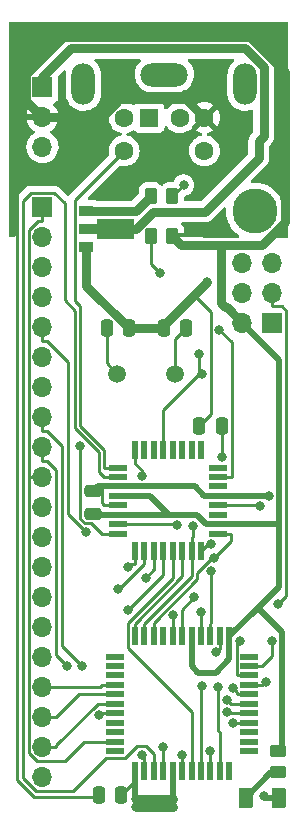
<source format=gbr>
%TF.GenerationSoftware,KiCad,Pcbnew,(6.0.7)*%
%TF.CreationDate,2023-01-02T00:51:12+00:00*%
%TF.ProjectId,CPC464-2MINIPS2,43504334-3634-42d3-924d-494e49505332,rev?*%
%TF.SameCoordinates,Original*%
%TF.FileFunction,Copper,L1,Top*%
%TF.FilePolarity,Positive*%
%FSLAX46Y46*%
G04 Gerber Fmt 4.6, Leading zero omitted, Abs format (unit mm)*
G04 Created by KiCad (PCBNEW (6.0.7)) date 2023-01-02 00:51:12*
%MOMM*%
%LPD*%
G01*
G04 APERTURE LIST*
G04 Aperture macros list*
%AMRoundRect*
0 Rectangle with rounded corners*
0 $1 Rounding radius*
0 $2 $3 $4 $5 $6 $7 $8 $9 X,Y pos of 4 corners*
0 Add a 4 corners polygon primitive as box body*
4,1,4,$2,$3,$4,$5,$6,$7,$8,$9,$2,$3,0*
0 Add four circle primitives for the rounded corners*
1,1,$1+$1,$2,$3*
1,1,$1+$1,$4,$5*
1,1,$1+$1,$6,$7*
1,1,$1+$1,$8,$9*
0 Add four rect primitives between the rounded corners*
20,1,$1+$1,$2,$3,$4,$5,0*
20,1,$1+$1,$4,$5,$6,$7,0*
20,1,$1+$1,$6,$7,$8,$9,0*
20,1,$1+$1,$8,$9,$2,$3,0*%
%AMFreePoly0*
4,1,9,3.862500,-0.866500,0.737500,-0.866500,0.737500,-0.450000,-0.737500,-0.450000,-0.737500,0.450000,0.737500,0.450000,0.737500,0.866500,3.862500,0.866500,3.862500,-0.866500,3.862500,-0.866500,$1*%
G04 Aperture macros list end*
%TA.AperFunction,SMDPad,CuDef*%
%ADD10RoundRect,0.250000X0.450000X-0.262500X0.450000X0.262500X-0.450000X0.262500X-0.450000X-0.262500X0*%
%TD*%
%TA.AperFunction,SMDPad,CuDef*%
%ADD11RoundRect,0.250000X0.375000X0.625000X-0.375000X0.625000X-0.375000X-0.625000X0.375000X-0.625000X0*%
%TD*%
%TA.AperFunction,SMDPad,CuDef*%
%ADD12RoundRect,0.250000X0.250000X0.475000X-0.250000X0.475000X-0.250000X-0.475000X0.250000X-0.475000X0*%
%TD*%
%TA.AperFunction,ComponentPad*%
%ADD13C,3.800000*%
%TD*%
%TA.AperFunction,ComponentPad*%
%ADD14C,1.500000*%
%TD*%
%TA.AperFunction,SMDPad,CuDef*%
%ADD15RoundRect,0.250000X-0.262500X-0.450000X0.262500X-0.450000X0.262500X0.450000X-0.262500X0.450000X0*%
%TD*%
%TA.AperFunction,SMDPad,CuDef*%
%ADD16RoundRect,0.250000X0.262500X0.450000X-0.262500X0.450000X-0.262500X-0.450000X0.262500X-0.450000X0*%
%TD*%
%TA.AperFunction,SMDPad,CuDef*%
%ADD17R,1.300000X0.900000*%
%TD*%
%TA.AperFunction,SMDPad,CuDef*%
%ADD18FreePoly0,0.000000*%
%TD*%
%TA.AperFunction,ComponentPad*%
%ADD19R,1.600000X1.600000*%
%TD*%
%TA.AperFunction,ComponentPad*%
%ADD20C,1.600000*%
%TD*%
%TA.AperFunction,ComponentPad*%
%ADD21O,4.000000X2.000000*%
%TD*%
%TA.AperFunction,ComponentPad*%
%ADD22O,2.000000X3.500000*%
%TD*%
%TA.AperFunction,ComponentPad*%
%ADD23R,1.700000X1.700000*%
%TD*%
%TA.AperFunction,ComponentPad*%
%ADD24O,1.700000X1.700000*%
%TD*%
%TA.AperFunction,SMDPad,CuDef*%
%ADD25R,1.500000X0.550000*%
%TD*%
%TA.AperFunction,SMDPad,CuDef*%
%ADD26R,0.550000X1.500000*%
%TD*%
%TA.AperFunction,SMDPad,CuDef*%
%ADD27R,1.600000X0.550000*%
%TD*%
%TA.AperFunction,SMDPad,CuDef*%
%ADD28R,0.550000X1.600000*%
%TD*%
%TA.AperFunction,SMDPad,CuDef*%
%ADD29RoundRect,0.250000X-0.475000X0.250000X-0.475000X-0.250000X0.475000X-0.250000X0.475000X0.250000X0*%
%TD*%
%TA.AperFunction,SMDPad,CuDef*%
%ADD30RoundRect,0.250000X-0.250000X-0.475000X0.250000X-0.475000X0.250000X0.475000X-0.250000X0.475000X0*%
%TD*%
%TA.AperFunction,ViaPad*%
%ADD31C,0.800000*%
%TD*%
%TA.AperFunction,Conductor*%
%ADD32C,0.500000*%
%TD*%
%TA.AperFunction,Conductor*%
%ADD33C,0.750000*%
%TD*%
%TA.AperFunction,Conductor*%
%ADD34C,0.250000*%
%TD*%
G04 APERTURE END LIST*
D10*
%TO.P,R809,1*%
%TO.N,Net-(D810-Pad2)*%
X62590000Y-94502500D03*
%TO.P,R809,2*%
%TO.N,+5V*%
X62590000Y-92677500D03*
%TD*%
D11*
%TO.P,D810,1,K*%
%TO.N,GND*%
X62720000Y-96640000D03*
%TO.P,D810,2,A*%
%TO.N,Net-(D810-Pad2)*%
X59920000Y-96640000D03*
%TD*%
D12*
%TO.P,C807,1*%
%TO.N,GND*%
X49360000Y-96460000D03*
%TO.P,C807,2*%
%TO.N,+5V*%
X47460000Y-96460000D03*
%TD*%
D13*
%TO.P,H9,1,1*%
%TO.N,GND*%
X60629800Y-46990000D03*
%TD*%
D14*
%TO.P,Y800,1,1*%
%TO.N,Net-(C800-Pad1)*%
X53900000Y-60750000D03*
%TO.P,Y800,2,2*%
%TO.N,Net-(C801-Pad1)*%
X49020000Y-60750000D03*
%TD*%
D15*
%TO.P,R808,1*%
%TO.N,Net-(R808-Pad1)*%
X51837500Y-45750000D03*
%TO.P,R808,2*%
%TO.N,BREAK*%
X53662500Y-45750000D03*
%TD*%
D16*
%TO.P,R804,1*%
%TO.N,+5V*%
X53662500Y-49100000D03*
%TO.P,R804,2*%
%TO.N,ADRESET*%
X51837500Y-49100000D03*
%TD*%
D17*
%TO.P,Q800,1,B*%
%TO.N,Net-(R808-Pad1)*%
X46400000Y-47000000D03*
D18*
%TO.P,Q800,2,C*%
%TO.N,!RST*%
X46487500Y-48500000D03*
D17*
%TO.P,Q800,3,E*%
%TO.N,GND*%
X46400000Y-50000000D03*
%TD*%
D19*
%TO.P,J804,1*%
%TO.N,PS2-DATA*%
X51690000Y-39075000D03*
D20*
%TO.P,J804,2*%
%TO.N,unconnected-(J804-Pad2)*%
X54290000Y-39075000D03*
%TO.P,J804,3*%
%TO.N,GND*%
X49590000Y-39075000D03*
%TO.P,J804,4*%
%TO.N,+5V*%
X56390000Y-39075000D03*
%TO.P,J804,5*%
%TO.N,PS2-CLK*%
X49590000Y-41875000D03*
%TO.P,J804,6*%
%TO.N,unconnected-(J804-Pad6)*%
X56390000Y-41875000D03*
D21*
%TO.P,J804,7*%
%TO.N,GND*%
X52990000Y-35425000D03*
D22*
X59840000Y-36225000D03*
X46140000Y-36225000D03*
%TD*%
D23*
%TO.P,J800,1,Pin_1*%
%TO.N,PS2-DATA*%
X62125000Y-56425000D03*
D24*
%TO.P,J800,2,Pin_2*%
%TO.N,+5V*%
X59585000Y-56425000D03*
%TO.P,J800,3,Pin_3*%
%TO.N,ADSCK*%
X62125000Y-53885000D03*
%TO.P,J800,4,Pin_4*%
%TO.N,ADMOSI*%
X59585000Y-53885000D03*
%TO.P,J800,5,Pin_5*%
%TO.N,ADRESET*%
X62125000Y-51345000D03*
%TO.P,J800,6,Pin_6*%
%TO.N,GND*%
X59585000Y-51345000D03*
%TD*%
D25*
%TO.P,IC803,1,N/C*%
%TO.N,unconnected-(IC803-Pad1)*%
X48800000Y-84700000D03*
%TO.P,IC803,2,X14*%
%TO.N,/COL14*%
X48800000Y-85500000D03*
%TO.P,IC803,3,X15*%
%TO.N,/COL15*%
X48800000Y-86300000D03*
%TO.P,IC803,4,X6*%
%TO.N,/COL6*%
X48800000Y-87100000D03*
%TO.P,IC803,5,X7*%
%TO.N,/COL7*%
X48800000Y-87900000D03*
%TO.P,IC803,6,X8*%
%TO.N,/COL8*%
X48800000Y-88700000D03*
%TO.P,IC803,7,X9*%
%TO.N,/COL9*%
X48800000Y-89500000D03*
%TO.P,IC803,8,X10*%
%TO.N,/COL10*%
X48800000Y-90300000D03*
%TO.P,IC803,9,X11*%
%TO.N,/COL11*%
X48800000Y-91100000D03*
%TO.P,IC803,10,Y7*%
%TO.N,/ROW7*%
X48800000Y-91900000D03*
%TO.P,IC803,11,N/C*%
%TO.N,unconnected-(IC803-Pad11)*%
X48800000Y-92700000D03*
D26*
%TO.P,IC803,12,VSS*%
%TO.N,GND*%
X50500000Y-94400000D03*
%TO.P,IC803,13,Y6*%
%TO.N,/ROW6*%
X51300000Y-94400000D03*
%TO.P,IC803,14,STROBE*%
%TO.N,MTSTROBE*%
X52100000Y-94400000D03*
%TO.P,IC803,15,Y5*%
%TO.N,/ROW5*%
X52900000Y-94400000D03*
%TO.P,IC803,16,VEE*%
%TO.N,GND*%
X53700000Y-94400000D03*
%TO.P,IC803,17,Y4*%
%TO.N,/ROW4*%
X54500000Y-94400000D03*
%TO.P,IC803,18,AX1*%
%TO.N,AX1*%
X55300000Y-94400000D03*
%TO.P,IC803,19,AX2*%
%TO.N,AX2*%
X56100000Y-94400000D03*
%TO.P,IC803,20,AY0*%
%TO.N,AY0*%
X56900000Y-94400000D03*
%TO.P,IC803,21,AY1*%
%TO.N,AY1*%
X57700000Y-94400000D03*
%TO.P,IC803,22,N/C*%
%TO.N,unconnected-(IC803-Pad22)*%
X58500000Y-94400000D03*
D25*
%TO.P,IC803,23,N/C*%
%TO.N,unconnected-(IC803-Pad23)*%
X60200000Y-92700000D03*
%TO.P,IC803,24,X13*%
%TO.N,/COL13*%
X60200000Y-91900000D03*
%TO.P,IC803,25,X12*%
%TO.N,/COL12*%
X60200000Y-91100000D03*
%TO.P,IC803,26,X5*%
%TO.N,/COL5*%
X60200000Y-90300000D03*
%TO.P,IC803,27,X4*%
%TO.N,/COL4*%
X60200000Y-89500000D03*
%TO.P,IC803,28,X3*%
%TO.N,/COL3*%
X60200000Y-88700000D03*
%TO.P,IC803,29,X2*%
%TO.N,/COL2*%
X60200000Y-87900000D03*
%TO.P,IC803,30,X1*%
%TO.N,/COL1*%
X60200000Y-87100000D03*
%TO.P,IC803,31,X0*%
%TO.N,/COL0*%
X60200000Y-86300000D03*
%TO.P,IC803,32,Y0*%
%TO.N,/ROW0*%
X60200000Y-85500000D03*
%TO.P,IC803,33,N/C*%
%TO.N,unconnected-(IC803-Pad33)*%
X60200000Y-84700000D03*
D26*
%TO.P,IC803,34,CS*%
%TO.N,+5V*%
X58500000Y-83000000D03*
%TO.P,IC803,35,Y1*%
%TO.N,/ROW1*%
X57700000Y-83000000D03*
%TO.P,IC803,36,DATA*%
%TO.N,MTDATA*%
X56900000Y-83000000D03*
%TO.P,IC803,37,Y2*%
%TO.N,/ROW2*%
X56100000Y-83000000D03*
%TO.P,IC803,38,VCC*%
%TO.N,+5V*%
X55300000Y-83000000D03*
%TO.P,IC803,39,Y3*%
%TO.N,/ROW3*%
X54500000Y-83000000D03*
%TO.P,IC803,40,AY2*%
%TO.N,AY2*%
X53700000Y-83000000D03*
%TO.P,IC803,41,N/C*%
%TO.N,unconnected-(IC803-Pad41)*%
X52900000Y-83000000D03*
%TO.P,IC803,42,RESET*%
%TO.N,ADSCK*%
X52100000Y-83000000D03*
%TO.P,IC803,43,AX3*%
%TO.N,ADMOSI*%
X51300000Y-83000000D03*
%TO.P,IC803,44,AX0*%
%TO.N,AX0*%
X50500000Y-83000000D03*
%TD*%
D27*
%TO.P,IC800,1,PD3*%
%TO.N,PS2-CLK*%
X49050000Y-68700000D03*
%TO.P,IC800,2,PD4*%
%TO.N,MTSTROBE*%
X49050000Y-69500000D03*
%TO.P,IC800,3,GND*%
%TO.N,GND*%
X49050000Y-70300000D03*
%TO.P,IC800,4,VCC*%
%TO.N,+5V*%
X49050000Y-71100000D03*
%TO.P,IC800,5,GND*%
%TO.N,GND*%
X49050000Y-71900000D03*
%TO.P,IC800,6,VCC*%
%TO.N,+5V*%
X49050000Y-72700000D03*
%TO.P,IC800,7,XTAL1/PB6*%
%TO.N,Net-(C800-Pad1)*%
X49050000Y-73500000D03*
%TO.P,IC800,8,XTAL2/PB7*%
%TO.N,Net-(C801-Pad1)*%
X49050000Y-74300000D03*
D28*
%TO.P,IC800,9,PD5*%
%TO.N,AY2*%
X50500000Y-75750000D03*
%TO.P,IC800,10,PD6*%
%TO.N,AY1*%
X51300000Y-75750000D03*
%TO.P,IC800,11,PD7*%
%TO.N,AY0*%
X52100000Y-75750000D03*
%TO.P,IC800,12,PB0*%
%TO.N,AX2*%
X52900000Y-75750000D03*
%TO.P,IC800,13,PB1*%
%TO.N,AX1*%
X53700000Y-75750000D03*
%TO.P,IC800,14,PB2*%
%TO.N,AX0*%
X54500000Y-75750000D03*
%TO.P,IC800,15,PB3*%
%TO.N,ADMOSI*%
X55300000Y-75750000D03*
%TO.P,IC800,16,PB4*%
%TO.N,PS2-DATA*%
X56100000Y-75750000D03*
D27*
%TO.P,IC800,17,PB5*%
%TO.N,ADSCK*%
X57550000Y-74300000D03*
%TO.P,IC800,18,AVCC*%
%TO.N,+5V*%
X57550000Y-73500000D03*
%TO.P,IC800,19,ADC6*%
%TO.N,/AA6*%
X57550000Y-72700000D03*
%TO.P,IC800,20,AREF*%
%TO.N,Net-(C802-Pad1)*%
X57550000Y-71900000D03*
%TO.P,IC800,21,GND*%
%TO.N,GND*%
X57550000Y-71100000D03*
%TO.P,IC800,22,ADC7*%
%TO.N,/AA7*%
X57550000Y-70300000D03*
%TO.P,IC800,23,PC0*%
%TO.N,BREAK*%
X57550000Y-69500000D03*
%TO.P,IC800,24,PC1*%
%TO.N,/AA1*%
X57550000Y-68700000D03*
D28*
%TO.P,IC800,25,PC2*%
%TO.N,/AA2*%
X56100000Y-67250000D03*
%TO.P,IC800,26,PC3*%
%TO.N,/AA3*%
X55300000Y-67250000D03*
%TO.P,IC800,27,PC4*%
%TO.N,/AA4*%
X54500000Y-67250000D03*
%TO.P,IC800,28,PC5*%
%TO.N,/AA5*%
X53700000Y-67250000D03*
%TO.P,IC800,29,~{RESET}/PC6*%
%TO.N,ADRESET*%
X52900000Y-67250000D03*
%TO.P,IC800,30,PD0*%
%TO.N,/AD0*%
X52100000Y-67250000D03*
%TO.P,IC800,31,PD1*%
%TO.N,/AD1*%
X51300000Y-67250000D03*
%TO.P,IC800,32,PD2*%
%TO.N,MTDATA*%
X50500000Y-67250000D03*
%TD*%
D29*
%TO.P,C806,1*%
%TO.N,GND*%
X46950000Y-70700000D03*
%TO.P,C806,2*%
%TO.N,+5V*%
X46950000Y-72600000D03*
%TD*%
D12*
%TO.P,C802,1*%
%TO.N,Net-(C802-Pad1)*%
X57850000Y-65150000D03*
%TO.P,C802,2*%
%TO.N,GND*%
X55950000Y-65150000D03*
%TD*%
D30*
%TO.P,C801,2*%
%TO.N,GND*%
X50000000Y-56900000D03*
%TO.P,C801,1*%
%TO.N,Net-(C801-Pad1)*%
X48100000Y-56900000D03*
%TD*%
D12*
%TO.P,C800,1*%
%TO.N,Net-(C800-Pad1)*%
X54850000Y-56900000D03*
%TO.P,C800,2*%
%TO.N,GND*%
X52950000Y-56900000D03*
%TD*%
D23*
%TO.P,CP002,1,Pin_1*%
%TO.N,/ROW7*%
X42672000Y-46634400D03*
D24*
%TO.P,CP002,2,Pin_2*%
%TO.N,/COL9*%
X42672000Y-49174400D03*
%TO.P,CP002,3,Pin_3*%
%TO.N,/ROW0*%
X42672000Y-51714400D03*
%TO.P,CP002,4,Pin_4*%
%TO.N,/ROW1*%
X42672000Y-54254400D03*
%TO.P,CP002,5,Pin_5*%
%TO.N,/ROW2*%
X42672000Y-56794400D03*
%TO.P,CP002,6,Pin_6*%
%TO.N,/ROW3*%
X42672000Y-59334400D03*
%TO.P,CP002,7,Pin_7*%
%TO.N,/ROW4*%
X42672000Y-61874400D03*
%TO.P,CP002,8,Pin_8*%
%TO.N,/ROW5*%
X42672000Y-64414400D03*
%TO.P,CP002,9,Pin_9*%
%TO.N,/ROW6*%
X42672000Y-66954400D03*
%TO.P,CP002,10,Pin_10*%
%TO.N,/ROW7*%
X42672000Y-69494400D03*
%TO.P,CP002,11,Pin_11*%
%TO.N,/COL0*%
X42672000Y-72034400D03*
%TO.P,CP002,12,Pin_12*%
%TO.N,/COL1*%
X42672000Y-74574400D03*
%TO.P,CP002,13,Pin_13*%
%TO.N,/COL2*%
X42672000Y-77114400D03*
%TO.P,CP002,14,Pin_14*%
%TO.N,/COL3*%
X42672000Y-79654400D03*
%TO.P,CP002,15,Pin_15*%
%TO.N,/COL4*%
X42672000Y-82194400D03*
%TO.P,CP002,16,Pin_16*%
%TO.N,/COL5*%
X42672000Y-84734400D03*
%TO.P,CP002,17,Pin_17*%
%TO.N,/COL6*%
X42672000Y-87274400D03*
%TO.P,CP002,18,Pin_18*%
%TO.N,/COL7*%
X42672000Y-89814400D03*
%TO.P,CP002,19,Pin_19*%
%TO.N,/COL8*%
X42672000Y-92354400D03*
%TO.P,CP002,20,Pin_20*%
%TO.N,unconnected-(CP002-Pad20)*%
X42672000Y-94894400D03*
%TD*%
D23*
%TO.P,J105,1,Pin_1*%
%TO.N,!RST*%
X42672000Y-36474400D03*
D24*
%TO.P,J105,2,Pin_2*%
%TO.N,+5V*%
X42672000Y-39014400D03*
%TO.P,J105,3,Pin_3*%
%TO.N,GND*%
X42672000Y-41554400D03*
%TD*%
D31*
%TO.N,GND*%
X61470000Y-96490000D03*
%TO.N,MTDATA*%
X51072400Y-69426500D03*
X56950100Y-77493200D03*
%TO.N,BREAK*%
X57657400Y-57051500D03*
X54624800Y-44787700D03*
%TO.N,ADSCK*%
X57221500Y-76383800D03*
X62642700Y-80270300D03*
%TO.N,ADMOSI*%
X55408300Y-73629300D03*
%TO.N,AX2*%
X49954300Y-80734300D03*
X56139200Y-87213000D03*
%TO.N,AY0*%
X51403400Y-78024400D03*
X56900000Y-92674900D03*
%TO.N,AY1*%
X49064100Y-79016900D03*
X57493400Y-87248000D03*
%TO.N,AY2*%
X49952900Y-77159100D03*
X53729100Y-81218800D03*
%TO.N,PS2-DATA*%
X56975700Y-75184600D03*
%TO.N,/COL5*%
X58806300Y-90350900D03*
%TO.N,/COL4*%
X58293000Y-89428800D03*
%TO.N,/COL3*%
X58303000Y-88397300D03*
%TO.N,/COL2*%
X58837800Y-87385400D03*
%TO.N,/COL1*%
X61559200Y-86815900D03*
%TO.N,/COL0*%
X59382400Y-83348300D03*
%TO.N,/ROW6*%
X44728200Y-85463100D03*
X51066800Y-93037000D03*
%TO.N,/ROW5*%
X46017800Y-85480600D03*
X52900000Y-92362800D03*
%TO.N,/ROW4*%
X54500000Y-93043500D03*
%TO.N,/ROW3*%
X55535100Y-79700700D03*
%TO.N,/ROW2*%
X46328700Y-74174600D03*
X56100000Y-80971100D03*
%TO.N,/ROW1*%
X57401600Y-84357400D03*
%TO.N,/ROW0*%
X62100000Y-83386800D03*
%TO.N,/COL9*%
X47449900Y-89656100D03*
%TO.N,ADRESET*%
X56176200Y-60783600D03*
X55964000Y-59097600D03*
X52620600Y-52254100D03*
%TO.N,Net-(C802-Pad1)*%
X61086800Y-71960600D03*
X57850000Y-67818200D03*
%TO.N,Net-(C801-Pad1)*%
X45884400Y-66899900D03*
%TO.N,GND*%
X61880500Y-71120000D03*
X53710000Y-96770000D03*
X50590000Y-97480000D03*
X50590000Y-96750000D03*
X53740000Y-97440000D03*
X56600000Y-53000000D03*
%TO.N,Net-(C800-Pad1)*%
X54077100Y-73581300D03*
%TD*%
D32*
%TO.N,GND*%
X61620000Y-96640000D02*
X61470000Y-96490000D01*
X62720000Y-96640000D02*
X61620000Y-96640000D01*
%TO.N,Net-(D810-Pad2)*%
X62057500Y-94502500D02*
X59920000Y-96640000D01*
X62590000Y-94502500D02*
X62057500Y-94502500D01*
%TO.N,+5V*%
X62950000Y-92317500D02*
X62590000Y-92677500D01*
X62950000Y-82640000D02*
X62950000Y-92317500D01*
X60905000Y-80595000D02*
X62720000Y-78780000D01*
X58500000Y-83000000D02*
X60905000Y-80595000D01*
X60905000Y-80595000D02*
X62950000Y-82640000D01*
D33*
%TO.N,!RST*%
X42672000Y-35628000D02*
X42672000Y-36474400D01*
X45100000Y-33200000D02*
X42672000Y-35628000D01*
X59792400Y-33200000D02*
X45100000Y-33200000D01*
X61415000Y-34822600D02*
X59792400Y-33200000D01*
X61415000Y-40635000D02*
X61415000Y-34822600D01*
X61000000Y-41050000D02*
X61415000Y-40635000D01*
X61000000Y-42450000D02*
X61000000Y-41050000D01*
X56425000Y-47025000D02*
X61000000Y-42450000D01*
X52033300Y-47025000D02*
X56425000Y-47025000D01*
X50558300Y-48500000D02*
X52033300Y-47025000D01*
X46487500Y-48500000D02*
X50558300Y-48500000D01*
%TO.N,Net-(R808-Pad1)*%
X50587500Y-47000000D02*
X51837500Y-45750000D01*
X46400000Y-47000000D02*
X50587500Y-47000000D01*
D34*
%TO.N,MTDATA*%
X56900000Y-83000000D02*
X56900000Y-81924900D01*
X50500000Y-67250000D02*
X50500000Y-68375100D01*
X51072400Y-68947500D02*
X51072400Y-69426500D01*
X50500000Y-68375100D02*
X51072400Y-68947500D01*
X56950100Y-81874800D02*
X56950100Y-77493200D01*
X56900000Y-81924900D02*
X56950100Y-81874800D01*
%TO.N,BREAK*%
X54624800Y-44787700D02*
X53662500Y-45750000D01*
X57550000Y-69500000D02*
X58675100Y-69500000D01*
X58691300Y-58085400D02*
X57657400Y-57051500D01*
X58691300Y-69483800D02*
X58691300Y-58085400D01*
X58675100Y-69500000D02*
X58691300Y-69483800D01*
%TO.N,ADSCK*%
X62125000Y-53885000D02*
X62125000Y-55060100D01*
X62956000Y-55060100D02*
X62125000Y-55060100D01*
X63328500Y-55432600D02*
X62956000Y-55060100D01*
X63328500Y-79584500D02*
X63328500Y-55432600D01*
X62642700Y-80270300D02*
X63328500Y-79584500D01*
X58675100Y-74930200D02*
X57221500Y-76383800D01*
X58675100Y-74300000D02*
X58675100Y-74930200D01*
X57550000Y-74300000D02*
X58675100Y-74300000D01*
X52100000Y-83000000D02*
X52100000Y-81924900D01*
X52100000Y-81822600D02*
X52100000Y-81924900D01*
X55750100Y-78172500D02*
X52100000Y-81822600D01*
X55750100Y-77667400D02*
X55750100Y-78172500D01*
X57033700Y-76383800D02*
X55750100Y-77667400D01*
X57221500Y-76383800D02*
X57033700Y-76383800D01*
%TO.N,ADMOSI*%
X51300000Y-83000000D02*
X51300000Y-81924900D01*
X55300000Y-77924900D02*
X55300000Y-75750000D01*
X51300000Y-81924900D02*
X55300000Y-77924900D01*
X55300000Y-75750000D02*
X55300000Y-74624900D01*
X55408300Y-74516600D02*
X55408300Y-73629300D01*
X55300000Y-74624900D02*
X55408300Y-74516600D01*
%TO.N,AX0*%
X54500000Y-75750000D02*
X54500000Y-76875100D01*
X54500000Y-77924900D02*
X50500000Y-81924900D01*
X54500000Y-76875100D02*
X54500000Y-77924900D01*
X50500000Y-83000000D02*
X50500000Y-81924900D01*
%TO.N,AX1*%
X55300000Y-89361200D02*
X55300000Y-94400000D01*
X49875200Y-83936400D02*
X55300000Y-89361200D01*
X49875200Y-81856400D02*
X49875200Y-83936400D01*
X53700000Y-78031600D02*
X49875200Y-81856400D01*
X53700000Y-75750000D02*
X53700000Y-78031600D01*
%TO.N,AX2*%
X56100000Y-94400000D02*
X56100000Y-93324900D01*
X56100000Y-87252200D02*
X56139200Y-87213000D01*
X56100000Y-93324900D02*
X56100000Y-87252200D01*
X52900000Y-77788600D02*
X49954300Y-80734300D01*
X52900000Y-75750000D02*
X52900000Y-77788600D01*
%TO.N,AY0*%
X56900000Y-94400000D02*
X56900000Y-92674900D01*
X52100000Y-77327800D02*
X51403400Y-78024400D01*
X52100000Y-75750000D02*
X52100000Y-77327800D01*
%TO.N,AY1*%
X57700000Y-91150900D02*
X57700000Y-94400000D01*
X57493400Y-90944300D02*
X57700000Y-91150900D01*
X57493400Y-87248000D02*
X57493400Y-90944300D01*
X49158200Y-79016900D02*
X49064100Y-79016900D01*
X51300000Y-76875100D02*
X49158200Y-79016900D01*
X51300000Y-75750000D02*
X51300000Y-76875100D01*
%TO.N,AY2*%
X50500000Y-75750000D02*
X50500000Y-76875100D01*
X50236900Y-76875100D02*
X49952900Y-77159100D01*
X50500000Y-76875100D02*
X50236900Y-76875100D01*
X53700000Y-81247900D02*
X53729100Y-81218800D01*
X53700000Y-83000000D02*
X53700000Y-81247900D01*
%TO.N,MTSTROBE*%
X49050000Y-69500000D02*
X47924900Y-69500000D01*
X47466600Y-69041700D02*
X47924900Y-69500000D01*
X47466600Y-67420400D02*
X47466600Y-69041700D01*
X45424800Y-65378600D02*
X47466600Y-67420400D01*
X45424800Y-55429400D02*
X45424800Y-65378600D01*
X44542200Y-54546800D02*
X45424800Y-55429400D01*
X44542200Y-46340500D02*
X44542200Y-54546800D01*
X43660900Y-45459200D02*
X44542200Y-46340500D01*
X41687400Y-45459200D02*
X43660900Y-45459200D01*
X41035300Y-46111300D02*
X41687400Y-45459200D01*
X41035300Y-94984700D02*
X41035300Y-46111300D01*
X42132900Y-96082300D02*
X41035300Y-94984700D01*
X45271100Y-96082300D02*
X42132900Y-96082300D01*
X48028600Y-93324800D02*
X45271100Y-96082300D01*
X49680500Y-93324800D02*
X48028600Y-93324800D01*
X50710400Y-92294900D02*
X49680500Y-93324800D01*
X51429200Y-92294900D02*
X50710400Y-92294900D01*
X52100000Y-92965700D02*
X51429200Y-92294900D01*
X52100000Y-94400000D02*
X52100000Y-92965700D01*
%TO.N,PS2-CLK*%
X49050000Y-68700000D02*
X47924900Y-68700000D01*
X45424800Y-46040200D02*
X49590000Y-41875000D01*
X45424800Y-54567600D02*
X45424800Y-46040200D01*
X45874900Y-55017700D02*
X45424800Y-54567600D01*
X45874900Y-65192100D02*
X45874900Y-55017700D01*
X47924900Y-67242100D02*
X45874900Y-65192100D01*
X47924900Y-68700000D02*
X47924900Y-67242100D01*
%TO.N,PS2-DATA*%
X56665400Y-75184600D02*
X56975700Y-75184600D01*
X56100000Y-75750000D02*
X56665400Y-75184600D01*
%TO.N,/COL8*%
X47354600Y-88700000D02*
X48800000Y-88700000D01*
X43847100Y-92207500D02*
X47354600Y-88700000D01*
X43847100Y-92354400D02*
X43847100Y-92207500D01*
X42672000Y-92354400D02*
X43847100Y-92354400D01*
%TO.N,/COL7*%
X45761500Y-87900000D02*
X48800000Y-87900000D01*
X43847100Y-89814400D02*
X45761500Y-87900000D01*
X42672000Y-89814400D02*
X43847100Y-89814400D01*
%TO.N,/COL6*%
X47550500Y-87274400D02*
X47724900Y-87100000D01*
X42672000Y-87274400D02*
X47550500Y-87274400D01*
X48800000Y-87100000D02*
X47724900Y-87100000D01*
%TO.N,/COL5*%
X60200000Y-90300000D02*
X59124900Y-90300000D01*
X59074000Y-90350900D02*
X59124900Y-90300000D01*
X58806300Y-90350900D02*
X59074000Y-90350900D01*
%TO.N,/COL4*%
X58364200Y-89500000D02*
X58293000Y-89428800D01*
X60200000Y-89500000D02*
X58364200Y-89500000D01*
%TO.N,/COL3*%
X58605700Y-88700000D02*
X58303000Y-88397300D01*
X60200000Y-88700000D02*
X58605700Y-88700000D01*
%TO.N,/COL2*%
X60200000Y-87900000D02*
X59124900Y-87900000D01*
X59124900Y-87672500D02*
X59124900Y-87900000D01*
X58837800Y-87385400D02*
X59124900Y-87672500D01*
%TO.N,/COL1*%
X60200000Y-87100000D02*
X61275100Y-87100000D01*
X61275100Y-87100000D02*
X61559200Y-86815900D01*
%TO.N,/COL0*%
X60200000Y-86300000D02*
X59124900Y-86300000D01*
X59124900Y-83605800D02*
X59382400Y-83348300D01*
X59124900Y-86300000D02*
X59124900Y-83605800D01*
%TO.N,/ROW6*%
X51300000Y-93270200D02*
X51066800Y-93037000D01*
X51300000Y-94400000D02*
X51300000Y-93270200D01*
X43847100Y-84582000D02*
X44728200Y-85463100D01*
X43847100Y-68937300D02*
X43847100Y-84582000D01*
X43039300Y-68129500D02*
X43847100Y-68937300D01*
X42672000Y-68129500D02*
X43039300Y-68129500D01*
X42672000Y-66954400D02*
X42672000Y-68129500D01*
%TO.N,/ROW5*%
X52900000Y-92362800D02*
X52900000Y-94400000D01*
X42672000Y-64414400D02*
X42672000Y-65589500D01*
X43039200Y-65589500D02*
X42672000Y-65589500D01*
X44348200Y-66898500D02*
X43039200Y-65589500D01*
X44348200Y-83811000D02*
X44348200Y-66898500D01*
X46017800Y-85480600D02*
X44348200Y-83811000D01*
%TO.N,/ROW4*%
X54500000Y-94400000D02*
X54500000Y-93043500D01*
%TO.N,/ROW3*%
X54500000Y-83000000D02*
X54500000Y-81924900D01*
X54500000Y-80735800D02*
X55535100Y-79700700D01*
X54500000Y-81924900D02*
X54500000Y-80735800D01*
%TO.N,/ROW2*%
X56100000Y-83000000D02*
X56100000Y-80971100D01*
X42672000Y-56794400D02*
X42672000Y-57969500D01*
X44798400Y-72644300D02*
X46328700Y-74174600D01*
X44798400Y-59728700D02*
X44798400Y-72644300D01*
X43039200Y-57969500D02*
X44798400Y-59728700D01*
X42672000Y-57969500D02*
X43039200Y-57969500D01*
%TO.N,/ROW1*%
X57700000Y-83000000D02*
X57700000Y-84075100D01*
X57683900Y-84075100D02*
X57700000Y-84075100D01*
X57401600Y-84357400D02*
X57683900Y-84075100D01*
%TO.N,/ROW0*%
X60200000Y-85500000D02*
X61275100Y-85500000D01*
X62100000Y-84675100D02*
X62100000Y-83386800D01*
X61275100Y-85500000D02*
X62100000Y-84675100D01*
%TO.N,/COL9*%
X48800000Y-89500000D02*
X47724900Y-89500000D01*
X47568800Y-89656100D02*
X47724900Y-89500000D01*
X47449900Y-89656100D02*
X47568800Y-89656100D01*
D32*
%TO.N,+5V*%
X62720000Y-78780000D02*
X62720000Y-73550000D01*
X51820000Y-71100000D02*
X53420000Y-72700000D01*
X49050000Y-71100000D02*
X51820000Y-71100000D01*
X49050000Y-72700000D02*
X53420000Y-72700000D01*
X56530000Y-73500000D02*
X57550000Y-73500000D01*
X55730000Y-72700000D02*
X56530000Y-73500000D01*
X53420000Y-72700000D02*
X55730000Y-72700000D01*
D33*
X57760000Y-54770000D02*
X57760000Y-49860000D01*
X58090000Y-55100000D02*
X57760000Y-54770000D01*
X58260000Y-55100000D02*
X58090000Y-55100000D01*
X59585000Y-56425000D02*
X58260000Y-55100000D01*
X54422500Y-49860000D02*
X53662500Y-49100000D01*
X57760000Y-49860000D02*
X54422500Y-49860000D01*
X54845000Y-37530000D02*
X56390000Y-39075000D01*
X48960000Y-37530000D02*
X54845000Y-37530000D01*
X48960000Y-37760500D02*
X48960000Y-37530000D01*
X47706100Y-39014400D02*
X48960000Y-37760500D01*
X42672000Y-39014400D02*
X47706100Y-39014400D01*
D32*
X57550000Y-73500000D02*
X62670000Y-73500000D01*
X62730000Y-59570000D02*
X59585000Y-56425000D01*
X62730000Y-73500000D02*
X62730000Y-59570000D01*
X62670000Y-73500000D02*
X62730000Y-73500000D01*
D34*
X62670000Y-73500000D02*
X62720000Y-73550000D01*
D32*
X47050000Y-72700000D02*
X49050000Y-72700000D01*
X46950000Y-72600000D02*
X47050000Y-72700000D01*
X58500000Y-84940000D02*
X58500000Y-83000000D01*
X57340000Y-86100000D02*
X58500000Y-84940000D01*
X55880000Y-86100000D02*
X57340000Y-86100000D01*
X55300000Y-85520000D02*
X55880000Y-86100000D01*
X55300000Y-83000000D02*
X55300000Y-85520000D01*
D33*
X42672000Y-39014400D02*
X41484500Y-37826900D01*
X61270000Y-49860000D02*
X57760000Y-49860000D01*
X63200000Y-47930000D02*
X61270000Y-49860000D01*
X63200000Y-35230000D02*
X63200000Y-47930000D01*
X60220000Y-32250000D02*
X63200000Y-35230000D01*
X44370000Y-32250000D02*
X60220000Y-32250000D01*
X41247000Y-35373000D02*
X44370000Y-32250000D01*
X41247000Y-37589400D02*
X41247000Y-35373000D01*
X41484500Y-37826900D02*
X41247000Y-37589400D01*
D34*
X47360300Y-96559700D02*
X47460000Y-96460000D01*
X41964000Y-96559700D02*
X47360300Y-96559700D01*
X40528300Y-95124000D02*
X41964000Y-96559700D01*
X40528300Y-38783100D02*
X40528300Y-95124000D01*
X41484500Y-37826900D02*
X40528300Y-38783100D01*
%TO.N,ADRESET*%
X51837500Y-51471000D02*
X51837500Y-49100000D01*
X52620600Y-52254100D02*
X51837500Y-51471000D01*
X55964000Y-60783600D02*
X55964000Y-59097600D01*
X52900000Y-63847600D02*
X55964000Y-60783600D01*
X52900000Y-67250000D02*
X52900000Y-63847600D01*
X55964000Y-60783600D02*
X56176200Y-60783600D01*
%TO.N,/ROW7*%
X42672000Y-46634400D02*
X42672000Y-47809500D01*
X42672000Y-69494400D02*
X41496900Y-69494400D01*
X46210900Y-91900000D02*
X48800000Y-91900000D01*
X44570700Y-93540200D02*
X46210900Y-91900000D01*
X42194800Y-93540200D02*
X44570700Y-93540200D01*
X41496900Y-92842300D02*
X42194800Y-93540200D01*
X41496900Y-69494400D02*
X41496900Y-92842300D01*
X42304700Y-47809500D02*
X42672000Y-47809500D01*
X41496900Y-48617300D02*
X42304700Y-47809500D01*
X41496900Y-69494400D02*
X41496900Y-48617300D01*
%TO.N,Net-(C802-Pad1)*%
X57850000Y-65150000D02*
X57850000Y-67818200D01*
X61026200Y-71900000D02*
X61086800Y-71960600D01*
X57550000Y-71900000D02*
X61026200Y-71900000D01*
%TO.N,Net-(C801-Pad1)*%
X48100000Y-59830000D02*
X49020000Y-60750000D01*
X48100000Y-56900000D02*
X48100000Y-59830000D01*
X45884400Y-73073900D02*
X45884400Y-66899900D01*
X46236700Y-73426200D02*
X45884400Y-73073900D01*
X46803700Y-73426200D02*
X46236700Y-73426200D01*
X47677500Y-74300000D02*
X46803700Y-73426200D01*
X49050000Y-74300000D02*
X47677500Y-74300000D01*
D32*
%TO.N,GND*%
X61860500Y-71100000D02*
X57550000Y-71100000D01*
X61880500Y-71120000D02*
X61860500Y-71100000D01*
X56375000Y-71100000D02*
X57550000Y-71100000D01*
X55575000Y-70300000D02*
X56375000Y-71100000D01*
X49050000Y-70300000D02*
X55575000Y-70300000D01*
X53700000Y-96760000D02*
X53710000Y-96770000D01*
X53700000Y-94400000D02*
X53700000Y-96760000D01*
D33*
X50630000Y-97440000D02*
X50590000Y-97480000D01*
X53740000Y-97440000D02*
X50630000Y-97440000D01*
X46400000Y-53300000D02*
X46400000Y-50000000D01*
X50000000Y-56900000D02*
X46400000Y-53300000D01*
X50000000Y-56900000D02*
X52950000Y-56900000D01*
X53690000Y-96750000D02*
X53700000Y-96760000D01*
X50590000Y-96750000D02*
X53690000Y-96750000D01*
X53700000Y-96760000D02*
X53710000Y-96770000D01*
D32*
X49050000Y-70300000D02*
X47750000Y-70300000D01*
X47350000Y-70300000D02*
X46950000Y-70700000D01*
X47750000Y-70300000D02*
X47350000Y-70300000D01*
D34*
X47750000Y-71725100D02*
X47924900Y-71900000D01*
X47750000Y-70300000D02*
X47750000Y-71725100D01*
X49050000Y-71900000D02*
X47924900Y-71900000D01*
D32*
X50500000Y-94400000D02*
X50500000Y-95530000D01*
X50500000Y-96660000D02*
X50590000Y-96750000D01*
X50500000Y-95530000D02*
X50500000Y-96660000D01*
D34*
X50290000Y-95530000D02*
X49360000Y-96460000D01*
X50500000Y-95530000D02*
X50290000Y-95530000D01*
D33*
X52950000Y-56650000D02*
X55474800Y-54125200D01*
X52950000Y-56900000D02*
X52950000Y-56650000D01*
X55474800Y-54125200D02*
X56600000Y-53000000D01*
D34*
X56901400Y-64198600D02*
X55950000Y-65150000D01*
X56901400Y-55551800D02*
X56901400Y-64198600D01*
X55474800Y-54125200D02*
X56901400Y-55551800D01*
%TO.N,Net-(C800-Pad1)*%
X53900000Y-57850000D02*
X54850000Y-56900000D01*
X53900000Y-60750000D02*
X53900000Y-57850000D01*
X53995800Y-73500000D02*
X54077100Y-73581300D01*
X49050000Y-73500000D02*
X53995800Y-73500000D01*
%TD*%
%TA.AperFunction,Conductor*%
%TO.N,+5V*%
G36*
X63433621Y-30957702D02*
G01*
X63480114Y-31011358D01*
X63491500Y-31063700D01*
X63491500Y-49112597D01*
X63471498Y-49180718D01*
X63417842Y-49227211D01*
X63365193Y-49238597D01*
X62669424Y-49236899D01*
X62024441Y-49235324D01*
X61956370Y-49215155D01*
X61910008Y-49161386D01*
X61900076Y-49091088D01*
X61929726Y-49026579D01*
X61950688Y-49007388D01*
X62164867Y-48851778D01*
X62164869Y-48851777D01*
X62168071Y-48849450D01*
X62177991Y-48840135D01*
X62386105Y-48644703D01*
X62388992Y-48641992D01*
X62582170Y-48408480D01*
X62728786Y-48177451D01*
X62742434Y-48155945D01*
X62742434Y-48155944D01*
X62744558Y-48152598D01*
X62822884Y-47986145D01*
X62871905Y-47881971D01*
X62871907Y-47881967D01*
X62873594Y-47878381D01*
X62893738Y-47816386D01*
X62943288Y-47663886D01*
X62967245Y-47590154D01*
X63024033Y-47292462D01*
X63043062Y-46990000D01*
X63024033Y-46687538D01*
X62967245Y-46389846D01*
X62873594Y-46101619D01*
X62868712Y-46091243D01*
X62777575Y-45897568D01*
X62744558Y-45827402D01*
X62582170Y-45571520D01*
X62388992Y-45338008D01*
X62168071Y-45130550D01*
X61922890Y-44952416D01*
X61905061Y-44942614D01*
X61660786Y-44808322D01*
X61660785Y-44808321D01*
X61657317Y-44806415D01*
X61653648Y-44804962D01*
X61653643Y-44804960D01*
X61379209Y-44696304D01*
X61379208Y-44696304D01*
X61375539Y-44694851D01*
X61082000Y-44619484D01*
X60781330Y-44581500D01*
X60478270Y-44581500D01*
X60430968Y-44587476D01*
X60360880Y-44576169D01*
X60308029Y-44528763D01*
X60289198Y-44460309D01*
X60310364Y-44392541D01*
X60326084Y-44373374D01*
X61568546Y-43130912D01*
X61583574Y-43118075D01*
X61594434Y-43110185D01*
X61638886Y-43060816D01*
X61643427Y-43056031D01*
X61657472Y-43041986D01*
X61659559Y-43039409D01*
X61669969Y-43026554D01*
X61674253Y-43021538D01*
X61714283Y-42977080D01*
X61714287Y-42977075D01*
X61718704Y-42972169D01*
X61725411Y-42960552D01*
X61736609Y-42944259D01*
X61740891Y-42938971D01*
X61745047Y-42933839D01*
X61775213Y-42874637D01*
X61778346Y-42868867D01*
X61808260Y-42817055D01*
X61808262Y-42817050D01*
X61811564Y-42811331D01*
X61813605Y-42805051D01*
X61813608Y-42805043D01*
X61815708Y-42798579D01*
X61823272Y-42780317D01*
X61826363Y-42774251D01*
X61826366Y-42774242D01*
X61829362Y-42768363D01*
X61840902Y-42725296D01*
X61846556Y-42704196D01*
X61848422Y-42697894D01*
X61868954Y-42634702D01*
X61870355Y-42621372D01*
X61873958Y-42601929D01*
X61877430Y-42588971D01*
X61880907Y-42522628D01*
X61881424Y-42516059D01*
X61883156Y-42499577D01*
X61883500Y-42496306D01*
X61883500Y-42476445D01*
X61883673Y-42469850D01*
X61886805Y-42410098D01*
X61886805Y-42410094D01*
X61887150Y-42403507D01*
X61885051Y-42390253D01*
X61883500Y-42370544D01*
X61883500Y-41468147D01*
X61903502Y-41400026D01*
X61920405Y-41379052D01*
X61983542Y-41315915D01*
X61998577Y-41303074D01*
X62004084Y-41299073D01*
X62004090Y-41299068D01*
X62009434Y-41295185D01*
X62053894Y-41245807D01*
X62058435Y-41241022D01*
X62072472Y-41226985D01*
X62084969Y-41211553D01*
X62089253Y-41206538D01*
X62129283Y-41162080D01*
X62129287Y-41162075D01*
X62133704Y-41157169D01*
X62140412Y-41145551D01*
X62151607Y-41129263D01*
X62155890Y-41123974D01*
X62155891Y-41123973D01*
X62160048Y-41118839D01*
X62190214Y-41059634D01*
X62193337Y-41053881D01*
X62226564Y-40996331D01*
X62228606Y-40990047D01*
X62228608Y-40990042D01*
X62230708Y-40983579D01*
X62238272Y-40965317D01*
X62241363Y-40959251D01*
X62241366Y-40959242D01*
X62244362Y-40953363D01*
X62261556Y-40889196D01*
X62263422Y-40882894D01*
X62283954Y-40819702D01*
X62285355Y-40806372D01*
X62288958Y-40786929D01*
X62292430Y-40773971D01*
X62294178Y-40740634D01*
X62295119Y-40722677D01*
X62295907Y-40707628D01*
X62296424Y-40701059D01*
X62298156Y-40684577D01*
X62298500Y-40681306D01*
X62298500Y-40661445D01*
X62298673Y-40654850D01*
X62301805Y-40595098D01*
X62301805Y-40595094D01*
X62302150Y-40588507D01*
X62300051Y-40575253D01*
X62298500Y-40555544D01*
X62298500Y-34902057D01*
X62300051Y-34882345D01*
X62301118Y-34875608D01*
X62302150Y-34869093D01*
X62298673Y-34802750D01*
X62298500Y-34796155D01*
X62298500Y-34776294D01*
X62296423Y-34756531D01*
X62295907Y-34749967D01*
X62292776Y-34690223D01*
X62292775Y-34690219D01*
X62292430Y-34683629D01*
X62288958Y-34670671D01*
X62285355Y-34651228D01*
X62284644Y-34644466D01*
X62283954Y-34637898D01*
X62263422Y-34574706D01*
X62261556Y-34568404D01*
X62246071Y-34510615D01*
X62244362Y-34504237D01*
X62241366Y-34498358D01*
X62241363Y-34498349D01*
X62238272Y-34492283D01*
X62230708Y-34474021D01*
X62228608Y-34467557D01*
X62228605Y-34467549D01*
X62226564Y-34461269D01*
X62223262Y-34455550D01*
X62223260Y-34455545D01*
X62193346Y-34403733D01*
X62190213Y-34397963D01*
X62160047Y-34338761D01*
X62151609Y-34328341D01*
X62140411Y-34312048D01*
X62140209Y-34311697D01*
X62133704Y-34300431D01*
X62129287Y-34295525D01*
X62129283Y-34295520D01*
X62089253Y-34251062D01*
X62084969Y-34246046D01*
X62074559Y-34233191D01*
X62074556Y-34233188D01*
X62072472Y-34230614D01*
X62058427Y-34216569D01*
X62053886Y-34211784D01*
X62013856Y-34167326D01*
X62013855Y-34167325D01*
X62009434Y-34162415D01*
X61998574Y-34154525D01*
X61983546Y-34141688D01*
X60473312Y-32631454D01*
X60460472Y-32616422D01*
X60452585Y-32605566D01*
X60403216Y-32561114D01*
X60398431Y-32556573D01*
X60384386Y-32542528D01*
X60381809Y-32540441D01*
X60368954Y-32530031D01*
X60363938Y-32525747D01*
X60319480Y-32485717D01*
X60319475Y-32485713D01*
X60314569Y-32481296D01*
X60302952Y-32474589D01*
X60286659Y-32463391D01*
X60281371Y-32459109D01*
X60276239Y-32454953D01*
X60217037Y-32424787D01*
X60211267Y-32421654D01*
X60159455Y-32391740D01*
X60159450Y-32391738D01*
X60153731Y-32388436D01*
X60147451Y-32386395D01*
X60147443Y-32386392D01*
X60140979Y-32384292D01*
X60122717Y-32376728D01*
X60116651Y-32373637D01*
X60116642Y-32373634D01*
X60110763Y-32370638D01*
X60046607Y-32353447D01*
X60046596Y-32353444D01*
X60040294Y-32351578D01*
X59977102Y-32331046D01*
X59963772Y-32329645D01*
X59944329Y-32326042D01*
X59931371Y-32322570D01*
X59924781Y-32322225D01*
X59924777Y-32322224D01*
X59880827Y-32319921D01*
X59865028Y-32319093D01*
X59858469Y-32318577D01*
X59838706Y-32316500D01*
X59818845Y-32316500D01*
X59812250Y-32316327D01*
X59752498Y-32313195D01*
X59752494Y-32313195D01*
X59745907Y-32312850D01*
X59732653Y-32314949D01*
X59712944Y-32316500D01*
X45179457Y-32316500D01*
X45159745Y-32314949D01*
X45153008Y-32313882D01*
X45153009Y-32313882D01*
X45146493Y-32312850D01*
X45139906Y-32313195D01*
X45139902Y-32313195D01*
X45080150Y-32316327D01*
X45073555Y-32316500D01*
X45053694Y-32316500D01*
X45033931Y-32318577D01*
X45027372Y-32319093D01*
X44985733Y-32321275D01*
X44967629Y-32322224D01*
X44967628Y-32322224D01*
X44961029Y-32322570D01*
X44954645Y-32324281D01*
X44954643Y-32324281D01*
X44948074Y-32326041D01*
X44928639Y-32329643D01*
X44921869Y-32330355D01*
X44921865Y-32330356D01*
X44915298Y-32331046D01*
X44852092Y-32351582D01*
X44845845Y-32353433D01*
X44781638Y-32370638D01*
X44775763Y-32373631D01*
X44775756Y-32373634D01*
X44769686Y-32376727D01*
X44751431Y-32384288D01*
X44744955Y-32386393D01*
X44744951Y-32386395D01*
X44738669Y-32388436D01*
X44732954Y-32391735D01*
X44732944Y-32391740D01*
X44681139Y-32421651D01*
X44675367Y-32424786D01*
X44616161Y-32454952D01*
X44611027Y-32459109D01*
X44611026Y-32459110D01*
X44605737Y-32463393D01*
X44589449Y-32474588D01*
X44577831Y-32481296D01*
X44572925Y-32485713D01*
X44572920Y-32485717D01*
X44528462Y-32525747D01*
X44523447Y-32530031D01*
X44515369Y-32536573D01*
X44508015Y-32542528D01*
X44493979Y-32556564D01*
X44489194Y-32561105D01*
X44439815Y-32605566D01*
X44435935Y-32610906D01*
X44435928Y-32610914D01*
X44431927Y-32616422D01*
X44419086Y-32631457D01*
X42103454Y-34947088D01*
X42088426Y-34959925D01*
X42077566Y-34967815D01*
X42073145Y-34972725D01*
X42073144Y-34972726D01*
X42033114Y-35017184D01*
X42028573Y-35021969D01*
X42014528Y-35036014D01*
X42012444Y-35038588D01*
X42012441Y-35038591D01*
X42002031Y-35051446D01*
X41997748Y-35056461D01*
X41981768Y-35074209D01*
X41921323Y-35111450D01*
X41888131Y-35115900D01*
X41773866Y-35115900D01*
X41711684Y-35122655D01*
X41575295Y-35173785D01*
X41458739Y-35261139D01*
X41371385Y-35377695D01*
X41320255Y-35514084D01*
X41313500Y-35576266D01*
X41313500Y-37372534D01*
X41320255Y-37434716D01*
X41371385Y-37571105D01*
X41458739Y-37687661D01*
X41575295Y-37775015D01*
X41583704Y-37778167D01*
X41583705Y-37778168D01*
X41692960Y-37819126D01*
X41749725Y-37861767D01*
X41774425Y-37928329D01*
X41759218Y-37997678D01*
X41739825Y-38024159D01*
X41616590Y-38153117D01*
X41610104Y-38161127D01*
X41490098Y-38337049D01*
X41485000Y-38346023D01*
X41395338Y-38539183D01*
X41391775Y-38548870D01*
X41336389Y-38748583D01*
X41337912Y-38757007D01*
X41350292Y-38760400D01*
X43990344Y-38760400D01*
X44003875Y-38756427D01*
X44005180Y-38747347D01*
X43963214Y-38580275D01*
X43959894Y-38570524D01*
X43874972Y-38375214D01*
X43870105Y-38366139D01*
X43754426Y-38187326D01*
X43748136Y-38179157D01*
X43604293Y-38021077D01*
X43573241Y-37957231D01*
X43581635Y-37886733D01*
X43626812Y-37831964D01*
X43653256Y-37818295D01*
X43760297Y-37778167D01*
X43768705Y-37775015D01*
X43885261Y-37687661D01*
X43972615Y-37571105D01*
X44023745Y-37434716D01*
X44030500Y-37372534D01*
X44030500Y-35576266D01*
X44030883Y-35576266D01*
X44046709Y-35509124D01*
X44067142Y-35482316D01*
X44439901Y-35109557D01*
X44502213Y-35075531D01*
X44573028Y-35080596D01*
X44629864Y-35123143D01*
X44654675Y-35189663D01*
X44653158Y-35220094D01*
X44632821Y-35337836D01*
X44631500Y-35366925D01*
X44631500Y-37036001D01*
X44631702Y-37038509D01*
X44631702Y-37038514D01*
X44637943Y-37116074D01*
X44646060Y-37216965D01*
X44703963Y-37452706D01*
X44798812Y-37676156D01*
X44801510Y-37680440D01*
X44902442Y-37840716D01*
X44928167Y-37881567D01*
X44950023Y-37906358D01*
X45085350Y-38059858D01*
X45085353Y-38059861D01*
X45088698Y-38063655D01*
X45092606Y-38066865D01*
X45092607Y-38066866D01*
X45221258Y-38172540D01*
X45276278Y-38217734D01*
X45364719Y-38269208D01*
X45481281Y-38337049D01*
X45486078Y-38339841D01*
X45490801Y-38341654D01*
X45707978Y-38425020D01*
X45707982Y-38425021D01*
X45712702Y-38426833D01*
X45717652Y-38427867D01*
X45717655Y-38427868D01*
X45945369Y-38475440D01*
X45945373Y-38475440D01*
X45950320Y-38476474D01*
X46192817Y-38487486D01*
X46197837Y-38486905D01*
X46197841Y-38486905D01*
X46428929Y-38460167D01*
X46428933Y-38460166D01*
X46433956Y-38459585D01*
X46438820Y-38458209D01*
X46438823Y-38458208D01*
X46662669Y-38394866D01*
X46662668Y-38394866D01*
X46667532Y-38393490D01*
X46672108Y-38391356D01*
X46672114Y-38391354D01*
X46882954Y-38293038D01*
X46882958Y-38293036D01*
X46887536Y-38290901D01*
X47088307Y-38154456D01*
X47264681Y-37987668D01*
X47304501Y-37935586D01*
X47409047Y-37798846D01*
X47409050Y-37798842D01*
X47412120Y-37794826D01*
X47421053Y-37778167D01*
X47524439Y-37585352D01*
X47526831Y-37580891D01*
X47605862Y-37351369D01*
X47647179Y-37112164D01*
X47648500Y-37083075D01*
X47648500Y-35413999D01*
X47645001Y-35370509D01*
X47634346Y-35238076D01*
X47634345Y-35238071D01*
X47633940Y-35233035D01*
X47607694Y-35126177D01*
X47577244Y-35002208D01*
X47576037Y-34997294D01*
X47565609Y-34972726D01*
X47483165Y-34778502D01*
X47481188Y-34773844D01*
X47395578Y-34637898D01*
X47354528Y-34572712D01*
X47354526Y-34572709D01*
X47351833Y-34568433D01*
X47267712Y-34473016D01*
X47194650Y-34390142D01*
X47194647Y-34390139D01*
X47191302Y-34386345D01*
X47094541Y-34306865D01*
X47054598Y-34248170D01*
X47052728Y-34177198D01*
X47089525Y-34116482D01*
X47153307Y-34085298D01*
X47174517Y-34083500D01*
X50897062Y-34083500D01*
X50965183Y-34103502D01*
X51011676Y-34157158D01*
X51021780Y-34227432D01*
X50992286Y-34292012D01*
X50980398Y-34304004D01*
X50901345Y-34373698D01*
X50898135Y-34377606D01*
X50898134Y-34377607D01*
X50788881Y-34510615D01*
X50747266Y-34561278D01*
X50625159Y-34771078D01*
X50623346Y-34775801D01*
X50552667Y-34959929D01*
X50538167Y-34997702D01*
X50537133Y-35002652D01*
X50537132Y-35002655D01*
X50515578Y-35105831D01*
X50488526Y-35235320D01*
X50477514Y-35477817D01*
X50478095Y-35482837D01*
X50478095Y-35482841D01*
X50493923Y-35619631D01*
X50505415Y-35718956D01*
X50506791Y-35723820D01*
X50506792Y-35723823D01*
X50552476Y-35885266D01*
X50571510Y-35952532D01*
X50573644Y-35957108D01*
X50573646Y-35957114D01*
X50630446Y-36078922D01*
X50674099Y-36172536D01*
X50810544Y-36373307D01*
X50977332Y-36549681D01*
X50981358Y-36552759D01*
X50981359Y-36552760D01*
X51166154Y-36694047D01*
X51166158Y-36694050D01*
X51170174Y-36697120D01*
X51384109Y-36811831D01*
X51613631Y-36890862D01*
X51712978Y-36908022D01*
X51848926Y-36931504D01*
X51848932Y-36931505D01*
X51852836Y-36932179D01*
X51856797Y-36932359D01*
X51856798Y-36932359D01*
X51880506Y-36933436D01*
X51880525Y-36933436D01*
X51881925Y-36933500D01*
X54051001Y-36933500D01*
X54053509Y-36933298D01*
X54053514Y-36933298D01*
X54226924Y-36919346D01*
X54226929Y-36919345D01*
X54231965Y-36918940D01*
X54236873Y-36917734D01*
X54236876Y-36917734D01*
X54462792Y-36862244D01*
X54467706Y-36861037D01*
X54472358Y-36859062D01*
X54472362Y-36859061D01*
X54686498Y-36768165D01*
X54691156Y-36766188D01*
X54797037Y-36699511D01*
X54892288Y-36639528D01*
X54892291Y-36639526D01*
X54896567Y-36636833D01*
X54995422Y-36549681D01*
X55074858Y-36479650D01*
X55074861Y-36479647D01*
X55078655Y-36476302D01*
X55232734Y-36288722D01*
X55354841Y-36078922D01*
X55441833Y-35852298D01*
X55491474Y-35614680D01*
X55502486Y-35372183D01*
X55501878Y-35366925D01*
X55475167Y-35136071D01*
X55475166Y-35136067D01*
X55474585Y-35131044D01*
X55469041Y-35111450D01*
X55409866Y-34902331D01*
X55408490Y-34897468D01*
X55406356Y-34892892D01*
X55406354Y-34892886D01*
X55308038Y-34682046D01*
X55308036Y-34682042D01*
X55305901Y-34677464D01*
X55169456Y-34476693D01*
X55002668Y-34300319D01*
X55003166Y-34299848D01*
X54967952Y-34242694D01*
X54969301Y-34171711D01*
X55008813Y-34112725D01*
X55073943Y-34084464D01*
X55089501Y-34083500D01*
X58799299Y-34083500D01*
X58867420Y-34103502D01*
X58913913Y-34157158D01*
X58924017Y-34227432D01*
X58894523Y-34292012D01*
X58885876Y-34301045D01*
X58715319Y-34462332D01*
X58712241Y-34466358D01*
X58712240Y-34466359D01*
X58570953Y-34651154D01*
X58570950Y-34651158D01*
X58567880Y-34655174D01*
X58565490Y-34659632D01*
X58565489Y-34659633D01*
X58549087Y-34690223D01*
X58453169Y-34869109D01*
X58374138Y-35098631D01*
X58367671Y-35136071D01*
X58346069Y-35261139D01*
X58332821Y-35337836D01*
X58331500Y-35366925D01*
X58331500Y-37036001D01*
X58331702Y-37038509D01*
X58331702Y-37038514D01*
X58337943Y-37116074D01*
X58346060Y-37216965D01*
X58403963Y-37452706D01*
X58498812Y-37676156D01*
X58501510Y-37680440D01*
X58602442Y-37840716D01*
X58628167Y-37881567D01*
X58650023Y-37906358D01*
X58785350Y-38059858D01*
X58785353Y-38059861D01*
X58788698Y-38063655D01*
X58792606Y-38066865D01*
X58792607Y-38066866D01*
X58921258Y-38172540D01*
X58976278Y-38217734D01*
X59064719Y-38269208D01*
X59181281Y-38337049D01*
X59186078Y-38339841D01*
X59190801Y-38341654D01*
X59407978Y-38425020D01*
X59407982Y-38425021D01*
X59412702Y-38426833D01*
X59417652Y-38427867D01*
X59417655Y-38427868D01*
X59645369Y-38475440D01*
X59645373Y-38475440D01*
X59650320Y-38476474D01*
X59892817Y-38487486D01*
X59897837Y-38486905D01*
X59897841Y-38486905D01*
X60128929Y-38460167D01*
X60128933Y-38460166D01*
X60133956Y-38459585D01*
X60138820Y-38458209D01*
X60138823Y-38458208D01*
X60367532Y-38393490D01*
X60367910Y-38394828D01*
X60432386Y-38390270D01*
X60494670Y-38424347D01*
X60528643Y-38486688D01*
X60531500Y-38513368D01*
X60531500Y-40216852D01*
X60511498Y-40284973D01*
X60494595Y-40305947D01*
X60431454Y-40369088D01*
X60416426Y-40381925D01*
X60405566Y-40389815D01*
X60401145Y-40394725D01*
X60401144Y-40394726D01*
X60361114Y-40439184D01*
X60356573Y-40443969D01*
X60342528Y-40458014D01*
X60340444Y-40460588D01*
X60340441Y-40460591D01*
X60330031Y-40473446D01*
X60325747Y-40478462D01*
X60285717Y-40522920D01*
X60285713Y-40522925D01*
X60281296Y-40527831D01*
X60277137Y-40535035D01*
X60274589Y-40539448D01*
X60263391Y-40555741D01*
X60254953Y-40566161D01*
X60224787Y-40625363D01*
X60221654Y-40631133D01*
X60191740Y-40682945D01*
X60191738Y-40682950D01*
X60188436Y-40688669D01*
X60186395Y-40694949D01*
X60186392Y-40694957D01*
X60184292Y-40701421D01*
X60176728Y-40719683D01*
X60173637Y-40725749D01*
X60173634Y-40725758D01*
X60170638Y-40731637D01*
X60168929Y-40738015D01*
X60153444Y-40795804D01*
X60151578Y-40802106D01*
X60131046Y-40865298D01*
X60130356Y-40871866D01*
X60129645Y-40878628D01*
X60126042Y-40898071D01*
X60122570Y-40911029D01*
X60119725Y-40965317D01*
X60119093Y-40977367D01*
X60118577Y-40983931D01*
X60116500Y-41003694D01*
X60116500Y-41023555D01*
X60116327Y-41030150D01*
X60113259Y-41088697D01*
X60112850Y-41096493D01*
X60113882Y-41103007D01*
X60114949Y-41109744D01*
X60116500Y-41129456D01*
X60116500Y-42031852D01*
X60096498Y-42099973D01*
X60079595Y-42120947D01*
X56095947Y-46104595D01*
X56033635Y-46138621D01*
X56006852Y-46141500D01*
X54809500Y-46141500D01*
X54741379Y-46121498D01*
X54694886Y-46067842D01*
X54683500Y-46015500D01*
X54683500Y-45806052D01*
X54703502Y-45737931D01*
X54757158Y-45691438D01*
X54783299Y-45682806D01*
X54907088Y-45656494D01*
X54960636Y-45632653D01*
X55075522Y-45581503D01*
X55075524Y-45581502D01*
X55081552Y-45578818D01*
X55095794Y-45568471D01*
X55160385Y-45521542D01*
X55236053Y-45466566D01*
X55363840Y-45324644D01*
X55459327Y-45159256D01*
X55518342Y-44977628D01*
X55521181Y-44950622D01*
X55537614Y-44794265D01*
X55538304Y-44787700D01*
X55529703Y-44705866D01*
X55519032Y-44604335D01*
X55519032Y-44604333D01*
X55518342Y-44597772D01*
X55459327Y-44416144D01*
X55363840Y-44250756D01*
X55236053Y-44108834D01*
X55081552Y-43996582D01*
X55075524Y-43993898D01*
X55075522Y-43993897D01*
X54913119Y-43921591D01*
X54913118Y-43921591D01*
X54907088Y-43918906D01*
X54813688Y-43899053D01*
X54726744Y-43880572D01*
X54726739Y-43880572D01*
X54720287Y-43879200D01*
X54529313Y-43879200D01*
X54522861Y-43880572D01*
X54522856Y-43880572D01*
X54435912Y-43899053D01*
X54342512Y-43918906D01*
X54336482Y-43921591D01*
X54336481Y-43921591D01*
X54174078Y-43993897D01*
X54174076Y-43993898D01*
X54168048Y-43996582D01*
X54013547Y-44108834D01*
X53885760Y-44250756D01*
X53790273Y-44416144D01*
X53788232Y-44422426D01*
X53777831Y-44454437D01*
X53737757Y-44513042D01*
X53672360Y-44540679D01*
X53657998Y-44541500D01*
X53349600Y-44541500D01*
X53346354Y-44541837D01*
X53346350Y-44541837D01*
X53250692Y-44551762D01*
X53250688Y-44551763D01*
X53243834Y-44552474D01*
X53237298Y-44554655D01*
X53237296Y-44554655D01*
X53126877Y-44591494D01*
X53076054Y-44608450D01*
X52925652Y-44701522D01*
X52920479Y-44706704D01*
X52839216Y-44788109D01*
X52776934Y-44822188D01*
X52706114Y-44817185D01*
X52661025Y-44788264D01*
X52578483Y-44705866D01*
X52573303Y-44700695D01*
X52566180Y-44696304D01*
X52428968Y-44611725D01*
X52428966Y-44611724D01*
X52422738Y-44607885D01*
X52262254Y-44554655D01*
X52261389Y-44554368D01*
X52261387Y-44554368D01*
X52254861Y-44552203D01*
X52248025Y-44551503D01*
X52248022Y-44551502D01*
X52204969Y-44547091D01*
X52150400Y-44541500D01*
X51524600Y-44541500D01*
X51521354Y-44541837D01*
X51521350Y-44541837D01*
X51425692Y-44551762D01*
X51425688Y-44551763D01*
X51418834Y-44552474D01*
X51412298Y-44554655D01*
X51412296Y-44554655D01*
X51301877Y-44591494D01*
X51251054Y-44608450D01*
X51100652Y-44701522D01*
X50975695Y-44826697D01*
X50971855Y-44832927D01*
X50971854Y-44832928D01*
X50887991Y-44968979D01*
X50882885Y-44977262D01*
X50827203Y-45145139D01*
X50826503Y-45151975D01*
X50826502Y-45151978D01*
X50825170Y-45164979D01*
X50816500Y-45249600D01*
X50816500Y-45469352D01*
X50796498Y-45537473D01*
X50779595Y-45558447D01*
X50258447Y-46079595D01*
X50196135Y-46113621D01*
X50169352Y-46116500D01*
X47357550Y-46116500D01*
X47299842Y-46101736D01*
X47296705Y-46099385D01*
X47160316Y-46048255D01*
X47098134Y-46041500D01*
X46623594Y-46041500D01*
X46555473Y-46021498D01*
X46508980Y-45967842D01*
X46498876Y-45897568D01*
X46528370Y-45832988D01*
X46534499Y-45826405D01*
X49176752Y-43184152D01*
X49239064Y-43150126D01*
X49298459Y-43151541D01*
X49356591Y-43167118D01*
X49356602Y-43167120D01*
X49361913Y-43168543D01*
X49590000Y-43188498D01*
X49818087Y-43168543D01*
X49823400Y-43167119D01*
X49823402Y-43167119D01*
X50033933Y-43110707D01*
X50033935Y-43110706D01*
X50039243Y-43109284D01*
X50148438Y-43058366D01*
X50241762Y-43014849D01*
X50241767Y-43014846D01*
X50246749Y-43012523D01*
X50359121Y-42933839D01*
X50429789Y-42884357D01*
X50429792Y-42884355D01*
X50434300Y-42881198D01*
X50596198Y-42719300D01*
X50609004Y-42701012D01*
X50678386Y-42601923D01*
X50727523Y-42531749D01*
X50729846Y-42526767D01*
X50729849Y-42526762D01*
X50821961Y-42329225D01*
X50821961Y-42329224D01*
X50824284Y-42324243D01*
X50866541Y-42166541D01*
X50882119Y-42108402D01*
X50882120Y-42108398D01*
X50883543Y-42103087D01*
X50903498Y-41875000D01*
X55076502Y-41875000D01*
X55096457Y-42103087D01*
X55097880Y-42108398D01*
X55097881Y-42108402D01*
X55113460Y-42166541D01*
X55155716Y-42324243D01*
X55158039Y-42329224D01*
X55158039Y-42329225D01*
X55250151Y-42526762D01*
X55250154Y-42526767D01*
X55252477Y-42531749D01*
X55301614Y-42601923D01*
X55370997Y-42701012D01*
X55383802Y-42719300D01*
X55545700Y-42881198D01*
X55550208Y-42884355D01*
X55550211Y-42884357D01*
X55620879Y-42933839D01*
X55733251Y-43012523D01*
X55738233Y-43014846D01*
X55738238Y-43014849D01*
X55831562Y-43058366D01*
X55940757Y-43109284D01*
X55946065Y-43110706D01*
X55946067Y-43110707D01*
X56156598Y-43167119D01*
X56156600Y-43167119D01*
X56161913Y-43168543D01*
X56390000Y-43188498D01*
X56618087Y-43168543D01*
X56623400Y-43167119D01*
X56623402Y-43167119D01*
X56833933Y-43110707D01*
X56833935Y-43110706D01*
X56839243Y-43109284D01*
X56948438Y-43058366D01*
X57041762Y-43014849D01*
X57041767Y-43014846D01*
X57046749Y-43012523D01*
X57159121Y-42933839D01*
X57229789Y-42884357D01*
X57229792Y-42884355D01*
X57234300Y-42881198D01*
X57396198Y-42719300D01*
X57409004Y-42701012D01*
X57478386Y-42601923D01*
X57527523Y-42531749D01*
X57529846Y-42526767D01*
X57529849Y-42526762D01*
X57621961Y-42329225D01*
X57621961Y-42329224D01*
X57624284Y-42324243D01*
X57666541Y-42166541D01*
X57682119Y-42108402D01*
X57682120Y-42108398D01*
X57683543Y-42103087D01*
X57703498Y-41875000D01*
X57683543Y-41646913D01*
X57657855Y-41551046D01*
X57625707Y-41431067D01*
X57625706Y-41431065D01*
X57624284Y-41425757D01*
X57582860Y-41336922D01*
X57529849Y-41223238D01*
X57529846Y-41223233D01*
X57527523Y-41218251D01*
X57453792Y-41112952D01*
X57399357Y-41035211D01*
X57399355Y-41035208D01*
X57396198Y-41030700D01*
X57234300Y-40868802D01*
X57229792Y-40865645D01*
X57229789Y-40865643D01*
X57139077Y-40802126D01*
X57046749Y-40737477D01*
X57041767Y-40735154D01*
X57041762Y-40735151D01*
X56844225Y-40643039D01*
X56844224Y-40643039D01*
X56839243Y-40640716D01*
X56792839Y-40628282D01*
X56674034Y-40596448D01*
X56613412Y-40559496D01*
X56582390Y-40495635D01*
X56590819Y-40425141D01*
X56636022Y-40370394D01*
X56674035Y-40353034D01*
X56833761Y-40310236D01*
X56844053Y-40306490D01*
X57041511Y-40214414D01*
X57051006Y-40208931D01*
X57103048Y-40172491D01*
X57111424Y-40162012D01*
X57104356Y-40148566D01*
X56402812Y-39447022D01*
X56388868Y-39439408D01*
X56387035Y-39439539D01*
X56380420Y-39443790D01*
X55674923Y-40149287D01*
X55668493Y-40161062D01*
X55677789Y-40173077D01*
X55728994Y-40208931D01*
X55738489Y-40214414D01*
X55935947Y-40306490D01*
X55946239Y-40310236D01*
X56105965Y-40353034D01*
X56166588Y-40389986D01*
X56197609Y-40453846D01*
X56189181Y-40524341D01*
X56143978Y-40579088D01*
X56105966Y-40596448D01*
X55987161Y-40628282D01*
X55940757Y-40640716D01*
X55935776Y-40643039D01*
X55935775Y-40643039D01*
X55738238Y-40735151D01*
X55738233Y-40735154D01*
X55733251Y-40737477D01*
X55640923Y-40802126D01*
X55550211Y-40865643D01*
X55550208Y-40865645D01*
X55545700Y-40868802D01*
X55383802Y-41030700D01*
X55380645Y-41035208D01*
X55380643Y-41035211D01*
X55326208Y-41112952D01*
X55252477Y-41218251D01*
X55250154Y-41223233D01*
X55250151Y-41223238D01*
X55197140Y-41336922D01*
X55155716Y-41425757D01*
X55154294Y-41431065D01*
X55154293Y-41431067D01*
X55122145Y-41551046D01*
X55096457Y-41646913D01*
X55076502Y-41875000D01*
X50903498Y-41875000D01*
X50883543Y-41646913D01*
X50857855Y-41551046D01*
X50825707Y-41431067D01*
X50825706Y-41431065D01*
X50824284Y-41425757D01*
X50782860Y-41336922D01*
X50729849Y-41223238D01*
X50729846Y-41223233D01*
X50727523Y-41218251D01*
X50653792Y-41112952D01*
X50599357Y-41035211D01*
X50599355Y-41035208D01*
X50596198Y-41030700D01*
X50434300Y-40868802D01*
X50429792Y-40865645D01*
X50429789Y-40865643D01*
X50339077Y-40802126D01*
X50246749Y-40737477D01*
X50241767Y-40735154D01*
X50241762Y-40735151D01*
X50044225Y-40643039D01*
X50044224Y-40643039D01*
X50039243Y-40640716D01*
X50033935Y-40639294D01*
X50033933Y-40639293D01*
X49875000Y-40596707D01*
X49814377Y-40559755D01*
X49783356Y-40495894D01*
X49791784Y-40425400D01*
X49836987Y-40370653D01*
X49875000Y-40353293D01*
X50033933Y-40310707D01*
X50033935Y-40310706D01*
X50039243Y-40309284D01*
X50045235Y-40306490D01*
X50241762Y-40214849D01*
X50241767Y-40214846D01*
X50246749Y-40212523D01*
X50317792Y-40162778D01*
X50385066Y-40140090D01*
X50453927Y-40157375D01*
X50490886Y-40190422D01*
X50526739Y-40238261D01*
X50643295Y-40325615D01*
X50779684Y-40376745D01*
X50841866Y-40383500D01*
X52538134Y-40383500D01*
X52600316Y-40376745D01*
X52736705Y-40325615D01*
X52853261Y-40238261D01*
X52940615Y-40121705D01*
X52991745Y-39985316D01*
X52998500Y-39923134D01*
X52998500Y-39911468D01*
X53018502Y-39843347D01*
X53072158Y-39796854D01*
X53142432Y-39786750D01*
X53207012Y-39816244D01*
X53227713Y-39839197D01*
X53271137Y-39901212D01*
X53283802Y-39919300D01*
X53445700Y-40081198D01*
X53450208Y-40084355D01*
X53450211Y-40084357D01*
X53453700Y-40086800D01*
X53633251Y-40212523D01*
X53638233Y-40214846D01*
X53638238Y-40214849D01*
X53834765Y-40306490D01*
X53840757Y-40309284D01*
X53846065Y-40310706D01*
X53846067Y-40310707D01*
X54056598Y-40367119D01*
X54056600Y-40367119D01*
X54061913Y-40368543D01*
X54290000Y-40388498D01*
X54518087Y-40368543D01*
X54523400Y-40367119D01*
X54523402Y-40367119D01*
X54733933Y-40310707D01*
X54733935Y-40310706D01*
X54739243Y-40309284D01*
X54745235Y-40306490D01*
X54941762Y-40214849D01*
X54941767Y-40214846D01*
X54946749Y-40212523D01*
X55126300Y-40086800D01*
X55129789Y-40084357D01*
X55129792Y-40084355D01*
X55134300Y-40081198D01*
X55296198Y-39919300D01*
X55308864Y-39901212D01*
X55424366Y-39736257D01*
X55427523Y-39731749D01*
X55429846Y-39726767D01*
X55429849Y-39726762D01*
X55464864Y-39651671D01*
X55489964Y-39615826D01*
X56017978Y-39087812D01*
X56024356Y-39076132D01*
X56754408Y-39076132D01*
X56754539Y-39077965D01*
X56758790Y-39084580D01*
X57464287Y-39790077D01*
X57476062Y-39796507D01*
X57488077Y-39787211D01*
X57523931Y-39736006D01*
X57529414Y-39726511D01*
X57621490Y-39529053D01*
X57625236Y-39518761D01*
X57681625Y-39308312D01*
X57683528Y-39297519D01*
X57702517Y-39080475D01*
X57702517Y-39069525D01*
X57683528Y-38852481D01*
X57681625Y-38841688D01*
X57625236Y-38631239D01*
X57621490Y-38620947D01*
X57529414Y-38423489D01*
X57523931Y-38413994D01*
X57487491Y-38361952D01*
X57477012Y-38353576D01*
X57463566Y-38360644D01*
X56762022Y-39062188D01*
X56754408Y-39076132D01*
X56024356Y-39076132D01*
X56025592Y-39073868D01*
X56025461Y-39072035D01*
X56021210Y-39065420D01*
X55489964Y-38534174D01*
X55464864Y-38498329D01*
X55429849Y-38423238D01*
X55429846Y-38423233D01*
X55427523Y-38418251D01*
X55296198Y-38230700D01*
X55134300Y-38068802D01*
X55129792Y-38065645D01*
X55129789Y-38065643D01*
X55018886Y-37987988D01*
X55668576Y-37987988D01*
X55675644Y-38001434D01*
X56377188Y-38702978D01*
X56391132Y-38710592D01*
X56392965Y-38710461D01*
X56399580Y-38706210D01*
X57105077Y-38000713D01*
X57111507Y-37988938D01*
X57102211Y-37976923D01*
X57051006Y-37941069D01*
X57041511Y-37935586D01*
X56844053Y-37843510D01*
X56833761Y-37839764D01*
X56623312Y-37783375D01*
X56612519Y-37781472D01*
X56395475Y-37762483D01*
X56384525Y-37762483D01*
X56167481Y-37781472D01*
X56156688Y-37783375D01*
X55946239Y-37839764D01*
X55935947Y-37843510D01*
X55738489Y-37935586D01*
X55728994Y-37941069D01*
X55676952Y-37977509D01*
X55668576Y-37987988D01*
X55018886Y-37987988D01*
X55003920Y-37977509D01*
X54946749Y-37937477D01*
X54941767Y-37935154D01*
X54941762Y-37935151D01*
X54744225Y-37843039D01*
X54744224Y-37843039D01*
X54739243Y-37840716D01*
X54733935Y-37839294D01*
X54733933Y-37839293D01*
X54523402Y-37782881D01*
X54523400Y-37782881D01*
X54518087Y-37781457D01*
X54290000Y-37761502D01*
X54061913Y-37781457D01*
X54056600Y-37782881D01*
X54056598Y-37782881D01*
X53846067Y-37839293D01*
X53846065Y-37839294D01*
X53840757Y-37840716D01*
X53835776Y-37843039D01*
X53835775Y-37843039D01*
X53638238Y-37935151D01*
X53638233Y-37935154D01*
X53633251Y-37937477D01*
X53576080Y-37977509D01*
X53450211Y-38065643D01*
X53450208Y-38065645D01*
X53445700Y-38068802D01*
X53283802Y-38230700D01*
X53280645Y-38235208D01*
X53280643Y-38235211D01*
X53227713Y-38310803D01*
X53172256Y-38355131D01*
X53101636Y-38362440D01*
X53038276Y-38330409D01*
X53002291Y-38269208D01*
X52998500Y-38238532D01*
X52998500Y-38226866D01*
X52991745Y-38164684D01*
X52940615Y-38028295D01*
X52853261Y-37911739D01*
X52736705Y-37824385D01*
X52600316Y-37773255D01*
X52538134Y-37766500D01*
X50841866Y-37766500D01*
X50779684Y-37773255D01*
X50643295Y-37824385D01*
X50526739Y-37911739D01*
X50490887Y-37959576D01*
X50434030Y-38002089D01*
X50363212Y-38007115D01*
X50317792Y-37987222D01*
X50312678Y-37983641D01*
X50246749Y-37937477D01*
X50241767Y-37935154D01*
X50241762Y-37935151D01*
X50044225Y-37843039D01*
X50044224Y-37843039D01*
X50039243Y-37840716D01*
X50033935Y-37839294D01*
X50033933Y-37839293D01*
X49823402Y-37782881D01*
X49823400Y-37782881D01*
X49818087Y-37781457D01*
X49590000Y-37761502D01*
X49361913Y-37781457D01*
X49356600Y-37782881D01*
X49356598Y-37782881D01*
X49146067Y-37839293D01*
X49146065Y-37839294D01*
X49140757Y-37840716D01*
X49135776Y-37843039D01*
X49135775Y-37843039D01*
X48938238Y-37935151D01*
X48938233Y-37935154D01*
X48933251Y-37937477D01*
X48876080Y-37977509D01*
X48750211Y-38065643D01*
X48750208Y-38065645D01*
X48745700Y-38068802D01*
X48583802Y-38230700D01*
X48452477Y-38418251D01*
X48450154Y-38423233D01*
X48450151Y-38423238D01*
X48381471Y-38570524D01*
X48355716Y-38625757D01*
X48354294Y-38631065D01*
X48354293Y-38631067D01*
X48320703Y-38756427D01*
X48296457Y-38846913D01*
X48276502Y-39075000D01*
X48296457Y-39303087D01*
X48297881Y-39308400D01*
X48297881Y-39308402D01*
X48335025Y-39447022D01*
X48355716Y-39524243D01*
X48358039Y-39529224D01*
X48358039Y-39529225D01*
X48450151Y-39726762D01*
X48450154Y-39726767D01*
X48452477Y-39731749D01*
X48455634Y-39736257D01*
X48571137Y-39901212D01*
X48583802Y-39919300D01*
X48745700Y-40081198D01*
X48750208Y-40084355D01*
X48750211Y-40084357D01*
X48753700Y-40086800D01*
X48933251Y-40212523D01*
X48938233Y-40214846D01*
X48938238Y-40214849D01*
X49134765Y-40306490D01*
X49140757Y-40309284D01*
X49146065Y-40310706D01*
X49146067Y-40310707D01*
X49305000Y-40353293D01*
X49365623Y-40390245D01*
X49396644Y-40454106D01*
X49388216Y-40524600D01*
X49343013Y-40579347D01*
X49305000Y-40596707D01*
X49146067Y-40639293D01*
X49146065Y-40639294D01*
X49140757Y-40640716D01*
X49135776Y-40643039D01*
X49135775Y-40643039D01*
X48938238Y-40735151D01*
X48938233Y-40735154D01*
X48933251Y-40737477D01*
X48840923Y-40802126D01*
X48750211Y-40865643D01*
X48750208Y-40865645D01*
X48745700Y-40868802D01*
X48583802Y-41030700D01*
X48580645Y-41035208D01*
X48580643Y-41035211D01*
X48526208Y-41112952D01*
X48452477Y-41218251D01*
X48450154Y-41223233D01*
X48450151Y-41223238D01*
X48397140Y-41336922D01*
X48355716Y-41425757D01*
X48354294Y-41431065D01*
X48354293Y-41431067D01*
X48322145Y-41551046D01*
X48296457Y-41646913D01*
X48276502Y-41875000D01*
X48296457Y-42103087D01*
X48313460Y-42166541D01*
X48311770Y-42237518D01*
X48280848Y-42288247D01*
X45032547Y-45536548D01*
X45024261Y-45544088D01*
X45017782Y-45548200D01*
X45012357Y-45553977D01*
X44971157Y-45597851D01*
X44968402Y-45600693D01*
X44948665Y-45620430D01*
X44946186Y-45623627D01*
X44938476Y-45632653D01*
X44926640Y-45645256D01*
X44865426Y-45681219D01*
X44794486Y-45678378D01*
X44745699Y-45648094D01*
X44164552Y-45066947D01*
X44157012Y-45058661D01*
X44152900Y-45052182D01*
X44103248Y-45005556D01*
X44100407Y-45002802D01*
X44080670Y-44983065D01*
X44077473Y-44980585D01*
X44068451Y-44972880D01*
X44064297Y-44968979D01*
X44036221Y-44942614D01*
X44029275Y-44938795D01*
X44029272Y-44938793D01*
X44018466Y-44932852D01*
X44001947Y-44922001D01*
X44001483Y-44921641D01*
X43985941Y-44909586D01*
X43978672Y-44906441D01*
X43978668Y-44906438D01*
X43945363Y-44892026D01*
X43934713Y-44886809D01*
X43895960Y-44865505D01*
X43876337Y-44860467D01*
X43857634Y-44854063D01*
X43846320Y-44849167D01*
X43846319Y-44849167D01*
X43839045Y-44846019D01*
X43831222Y-44844780D01*
X43831212Y-44844777D01*
X43795376Y-44839101D01*
X43783756Y-44836695D01*
X43748611Y-44827672D01*
X43748610Y-44827672D01*
X43740930Y-44825700D01*
X43720676Y-44825700D01*
X43700965Y-44824149D01*
X43688786Y-44822220D01*
X43680957Y-44820980D01*
X43651686Y-44823747D01*
X43636939Y-44825141D01*
X43625081Y-44825700D01*
X41766168Y-44825700D01*
X41754985Y-44825173D01*
X41747492Y-44823498D01*
X41739566Y-44823747D01*
X41739565Y-44823747D01*
X41679402Y-44825638D01*
X41675444Y-44825700D01*
X41647544Y-44825700D01*
X41643554Y-44826204D01*
X41631720Y-44827136D01*
X41587511Y-44828526D01*
X41579895Y-44830739D01*
X41579893Y-44830739D01*
X41568052Y-44834179D01*
X41548693Y-44838188D01*
X41547383Y-44838354D01*
X41528603Y-44840726D01*
X41521237Y-44843642D01*
X41521231Y-44843644D01*
X41487498Y-44857000D01*
X41476268Y-44860845D01*
X41460228Y-44865505D01*
X41433807Y-44873181D01*
X41426984Y-44877216D01*
X41416366Y-44883495D01*
X41398613Y-44892192D01*
X41390968Y-44895219D01*
X41379783Y-44899648D01*
X41366105Y-44909586D01*
X41344012Y-44925637D01*
X41334095Y-44932151D01*
X41296038Y-44954658D01*
X41281717Y-44968979D01*
X41266684Y-44981819D01*
X41250293Y-44993728D01*
X41223916Y-45025613D01*
X41222112Y-45027793D01*
X41214122Y-45036574D01*
X40643042Y-45607653D01*
X40634763Y-45615187D01*
X40628282Y-45619300D01*
X40585481Y-45664879D01*
X40581657Y-45668951D01*
X40578902Y-45671793D01*
X40559165Y-45691530D01*
X40556685Y-45694727D01*
X40548982Y-45703747D01*
X40518714Y-45735979D01*
X40514895Y-45742925D01*
X40514893Y-45742928D01*
X40508952Y-45753734D01*
X40498101Y-45770253D01*
X40485686Y-45786259D01*
X40482541Y-45793528D01*
X40482538Y-45793532D01*
X40468126Y-45826837D01*
X40462909Y-45837487D01*
X40441605Y-45876240D01*
X40439634Y-45883915D01*
X40439634Y-45883916D01*
X40436567Y-45895862D01*
X40430163Y-45914566D01*
X40422119Y-45933155D01*
X40420880Y-45940978D01*
X40420877Y-45940988D01*
X40415201Y-45976824D01*
X40412795Y-45988444D01*
X40401800Y-46031270D01*
X40401800Y-46051524D01*
X40400249Y-46071234D01*
X40397080Y-46091243D01*
X40397826Y-46099135D01*
X40401241Y-46135261D01*
X40401800Y-46147119D01*
X40401800Y-49056235D01*
X40381798Y-49124356D01*
X40328142Y-49170849D01*
X40275494Y-49182235D01*
X39927991Y-49181386D01*
X39859921Y-49161218D01*
X39813559Y-49107449D01*
X39802300Y-49055387D01*
X39802300Y-41521095D01*
X41309251Y-41521095D01*
X41309548Y-41526248D01*
X41309548Y-41526251D01*
X41315011Y-41620990D01*
X41322110Y-41744115D01*
X41323247Y-41749161D01*
X41323248Y-41749167D01*
X41343119Y-41837339D01*
X41371222Y-41962039D01*
X41455266Y-42169016D01*
X41571987Y-42359488D01*
X41718250Y-42528338D01*
X41890126Y-42671032D01*
X42083000Y-42783738D01*
X42087825Y-42785580D01*
X42087826Y-42785581D01*
X42138792Y-42805043D01*
X42291692Y-42863430D01*
X42296760Y-42864461D01*
X42296763Y-42864462D01*
X42379024Y-42881198D01*
X42510597Y-42907967D01*
X42515772Y-42908157D01*
X42515774Y-42908157D01*
X42728673Y-42915964D01*
X42728677Y-42915964D01*
X42733837Y-42916153D01*
X42738957Y-42915497D01*
X42738959Y-42915497D01*
X42950288Y-42888425D01*
X42950289Y-42888425D01*
X42955416Y-42887768D01*
X42960366Y-42886283D01*
X43164429Y-42825061D01*
X43164434Y-42825059D01*
X43169384Y-42823574D01*
X43369994Y-42725296D01*
X43551860Y-42595573D01*
X43710096Y-42437889D01*
X43769594Y-42355089D01*
X43837435Y-42260677D01*
X43840453Y-42256477D01*
X43850175Y-42236807D01*
X43937136Y-42060853D01*
X43937137Y-42060851D01*
X43939430Y-42056211D01*
X44004370Y-41842469D01*
X44033529Y-41620990D01*
X44035156Y-41554400D01*
X44016852Y-41331761D01*
X43962431Y-41115102D01*
X43873354Y-40910240D01*
X43801382Y-40798988D01*
X43754822Y-40727017D01*
X43754820Y-40727014D01*
X43752014Y-40722677D01*
X43601670Y-40557451D01*
X43597619Y-40554252D01*
X43597615Y-40554248D01*
X43430414Y-40422200D01*
X43430410Y-40422198D01*
X43426359Y-40418998D01*
X43384569Y-40395929D01*
X43334598Y-40345497D01*
X43319826Y-40276054D01*
X43344942Y-40209648D01*
X43372294Y-40183041D01*
X43547328Y-40058192D01*
X43555200Y-40051539D01*
X43706052Y-39901212D01*
X43712730Y-39893365D01*
X43837003Y-39720420D01*
X43842313Y-39711583D01*
X43936670Y-39520667D01*
X43940469Y-39511072D01*
X44002377Y-39307310D01*
X44004555Y-39297237D01*
X44005986Y-39286362D01*
X44003775Y-39272178D01*
X43990617Y-39268400D01*
X41355225Y-39268400D01*
X41341694Y-39272373D01*
X41340257Y-39282366D01*
X41370565Y-39416846D01*
X41373645Y-39426675D01*
X41453770Y-39624003D01*
X41458413Y-39633194D01*
X41569694Y-39814788D01*
X41575777Y-39823099D01*
X41715213Y-39984067D01*
X41722580Y-39991283D01*
X41886434Y-40127316D01*
X41894881Y-40133231D01*
X41963969Y-40173603D01*
X42012693Y-40225242D01*
X42025764Y-40295025D01*
X41999033Y-40360796D01*
X41958584Y-40394152D01*
X41945607Y-40400907D01*
X41941474Y-40404010D01*
X41941471Y-40404012D01*
X41771100Y-40531930D01*
X41766965Y-40535035D01*
X41763393Y-40538773D01*
X41649313Y-40658151D01*
X41612629Y-40696538D01*
X41609715Y-40700810D01*
X41609714Y-40700811D01*
X41544914Y-40795804D01*
X41486743Y-40881080D01*
X41450457Y-40959251D01*
X41405220Y-41056708D01*
X41392688Y-41083705D01*
X41332989Y-41298970D01*
X41309251Y-41521095D01*
X39802300Y-41521095D01*
X39802300Y-31063700D01*
X39822302Y-30995579D01*
X39875958Y-30949086D01*
X39928300Y-30937700D01*
X63365500Y-30937700D01*
X63433621Y-30957702D01*
G37*
%TD.AperFunction*%
%TA.AperFunction,Conductor*%
G36*
X58147926Y-46655698D02*
G01*
X58204762Y-46698245D01*
X58229573Y-46764765D01*
X58229645Y-46781665D01*
X58216538Y-46990000D01*
X58235567Y-47292462D01*
X58292355Y-47590154D01*
X58316312Y-47663886D01*
X58365863Y-47816386D01*
X58386006Y-47878381D01*
X58387693Y-47881967D01*
X58387695Y-47881971D01*
X58436716Y-47986145D01*
X58515042Y-48152598D01*
X58517166Y-48155944D01*
X58517166Y-48155945D01*
X58530814Y-48177451D01*
X58677430Y-48408480D01*
X58870608Y-48641992D01*
X58873495Y-48644703D01*
X59081610Y-48840135D01*
X59091529Y-48849450D01*
X59094731Y-48851777D01*
X59094733Y-48851778D01*
X59299508Y-49000555D01*
X59342862Y-49056777D01*
X59348937Y-49127513D01*
X59315806Y-49190305D01*
X59253986Y-49225216D01*
X59225139Y-49228491D01*
X53408500Y-49214293D01*
X53408500Y-48972000D01*
X53428502Y-48903879D01*
X53482158Y-48857386D01*
X53534500Y-48846000D01*
X54664884Y-48846000D01*
X54680123Y-48841525D01*
X54681328Y-48840135D01*
X54682999Y-48832452D01*
X54682999Y-48602905D01*
X54682662Y-48596386D01*
X54672743Y-48500794D01*
X54669851Y-48487400D01*
X54618412Y-48333216D01*
X54612239Y-48320038D01*
X54526937Y-48182193D01*
X54517901Y-48170792D01*
X54470700Y-48123673D01*
X54436621Y-48061390D01*
X54441624Y-47990570D01*
X54484121Y-47933697D01*
X54550620Y-47908829D01*
X54559718Y-47908500D01*
X56345543Y-47908500D01*
X56365255Y-47910051D01*
X56378507Y-47912150D01*
X56385094Y-47911805D01*
X56385098Y-47911805D01*
X56444850Y-47908673D01*
X56451445Y-47908500D01*
X56471306Y-47908500D01*
X56491069Y-47906423D01*
X56497628Y-47905907D01*
X56513427Y-47905079D01*
X56557377Y-47902776D01*
X56557381Y-47902775D01*
X56563971Y-47902430D01*
X56576929Y-47898958D01*
X56596372Y-47895355D01*
X56596795Y-47895311D01*
X56609702Y-47893954D01*
X56672894Y-47873422D01*
X56679196Y-47871556D01*
X56736985Y-47856071D01*
X56743363Y-47854362D01*
X56749242Y-47851366D01*
X56749251Y-47851363D01*
X56755317Y-47848272D01*
X56773579Y-47840708D01*
X56780043Y-47838608D01*
X56780051Y-47838605D01*
X56786331Y-47836564D01*
X56792050Y-47833262D01*
X56792055Y-47833260D01*
X56843867Y-47803346D01*
X56849637Y-47800213D01*
X56908839Y-47770047D01*
X56919259Y-47761609D01*
X56935552Y-47750411D01*
X56935903Y-47750209D01*
X56947169Y-47743704D01*
X56952075Y-47739287D01*
X56952080Y-47739283D01*
X56996538Y-47699253D01*
X57001554Y-47694969D01*
X57014409Y-47684559D01*
X57014412Y-47684556D01*
X57016986Y-47682472D01*
X57031031Y-47668427D01*
X57035816Y-47663886D01*
X57080274Y-47623856D01*
X57080275Y-47623855D01*
X57085185Y-47619434D01*
X57093075Y-47608574D01*
X57105912Y-47593546D01*
X58014799Y-46684659D01*
X58077111Y-46650633D01*
X58147926Y-46655698D01*
G37*
%TD.AperFunction*%
%TD*%
M02*

</source>
